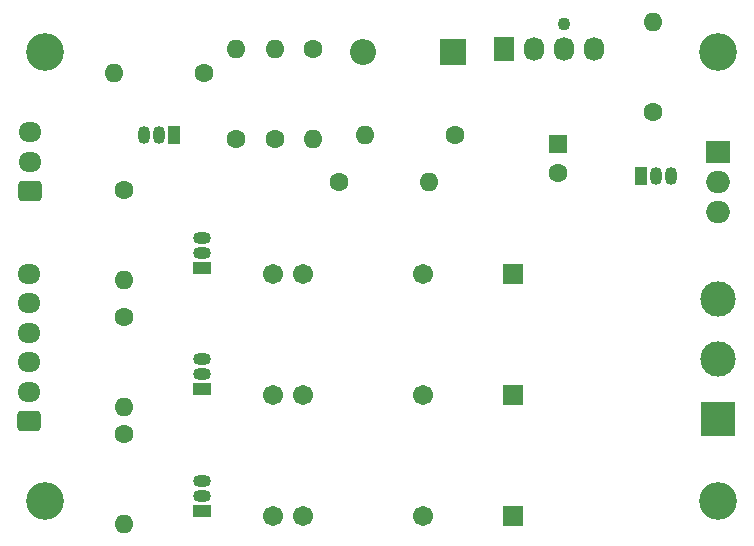
<source format=gts>
G04 #@! TF.GenerationSoftware,KiCad,Pcbnew,8.0.5-8.0.5-0~ubuntu24.04.1*
G04 #@! TF.CreationDate,2024-09-07T16:25:21-07:00*
G04 #@! TF.ProjectId,pifire-relay-pwm-module-SSR-alt,70696669-7265-42d7-9265-6c61792d7077,rev?*
G04 #@! TF.SameCoordinates,Original*
G04 #@! TF.FileFunction,Soldermask,Top*
G04 #@! TF.FilePolarity,Negative*
%FSLAX46Y46*%
G04 Gerber Fmt 4.6, Leading zero omitted, Abs format (unit mm)*
G04 Created by KiCad (PCBNEW 8.0.5-8.0.5-0~ubuntu24.04.1) date 2024-09-07 16:25:21*
%MOMM*%
%LPD*%
G01*
G04 APERTURE LIST*
G04 Aperture macros list*
%AMRoundRect*
0 Rectangle with rounded corners*
0 $1 Rounding radius*
0 $2 $3 $4 $5 $6 $7 $8 $9 X,Y pos of 4 corners*
0 Add a 4 corners polygon primitive as box body*
4,1,4,$2,$3,$4,$5,$6,$7,$8,$9,$2,$3,0*
0 Add four circle primitives for the rounded corners*
1,1,$1+$1,$2,$3*
1,1,$1+$1,$4,$5*
1,1,$1+$1,$6,$7*
1,1,$1+$1,$8,$9*
0 Add four rect primitives between the rounded corners*
20,1,$1+$1,$2,$3,$4,$5,0*
20,1,$1+$1,$4,$5,$6,$7,0*
20,1,$1+$1,$6,$7,$8,$9,0*
20,1,$1+$1,$8,$9,$2,$3,0*%
G04 Aperture macros list end*
%ADD10RoundRect,0.102000X0.754000X0.754000X-0.754000X0.754000X-0.754000X-0.754000X0.754000X-0.754000X0*%
%ADD11C,1.712000*%
%ADD12C,1.600000*%
%ADD13O,1.600000X1.600000*%
%ADD14C,3.200000*%
%ADD15R,1.500000X1.050000*%
%ADD16O,1.500000X1.050000*%
%ADD17R,2.000000X1.905000*%
%ADD18O,2.000000X1.905000*%
%ADD19C,1.100000*%
%ADD20R,1.730000X2.030000*%
%ADD21O,1.730000X2.030000*%
%ADD22R,1.050000X1.500000*%
%ADD23O,1.050000X1.500000*%
%ADD24R,2.200000X2.200000*%
%ADD25O,2.200000X2.200000*%
%ADD26RoundRect,0.250000X0.725000X-0.600000X0.725000X0.600000X-0.725000X0.600000X-0.725000X-0.600000X0*%
%ADD27O,1.950000X1.700000*%
%ADD28R,3.000000X3.000000*%
%ADD29C,3.000000*%
%ADD30R,1.600000X1.600000*%
G04 APERTURE END LIST*
D10*
X68660000Y-68250000D03*
D11*
X61040000Y-68250000D03*
X50880000Y-68250000D03*
X48340000Y-68250000D03*
D12*
X53940000Y-40000000D03*
D13*
X61560000Y-40000000D03*
D14*
X86000000Y-29000000D03*
D15*
X42332500Y-67852500D03*
D16*
X42332500Y-66582500D03*
X42332500Y-65312500D03*
D10*
X68660000Y-47750000D03*
D11*
X61040000Y-47750000D03*
X50880000Y-47750000D03*
X48340000Y-47750000D03*
D17*
X86000000Y-37420000D03*
D18*
X86000000Y-39960000D03*
X86000000Y-42500000D03*
D19*
X72960000Y-26590000D03*
D20*
X67880000Y-28750000D03*
D21*
X70420000Y-28750000D03*
X72960000Y-28750000D03*
X75500000Y-28750000D03*
D12*
X48500000Y-36310000D03*
D13*
X48500000Y-28690000D03*
D12*
X35750000Y-51380000D03*
D13*
X35750000Y-59000000D03*
D22*
X40000000Y-36000000D03*
D23*
X38730000Y-36000000D03*
X37460000Y-36000000D03*
D14*
X86000000Y-67000000D03*
D12*
X42500000Y-30750000D03*
D13*
X34880000Y-30750000D03*
D24*
X63560000Y-29000000D03*
D25*
X55940000Y-29000000D03*
D26*
X27725000Y-60250000D03*
D27*
X27725000Y-57750000D03*
X27725000Y-55250000D03*
X27725000Y-52750000D03*
X27725000Y-50250000D03*
X27725000Y-47750000D03*
D28*
X86000000Y-60080000D03*
D29*
X86000000Y-55000000D03*
X86000000Y-49920000D03*
D10*
X68660000Y-58000000D03*
D11*
X61040000Y-58000000D03*
X50880000Y-58000000D03*
X48340000Y-58000000D03*
D26*
X27750000Y-40750000D03*
D27*
X27750000Y-38250000D03*
X27750000Y-35750000D03*
D12*
X35750000Y-61272500D03*
D13*
X35750000Y-68892500D03*
D12*
X45250000Y-36310000D03*
D13*
X45250000Y-28690000D03*
D22*
X79460000Y-39500000D03*
D23*
X80730000Y-39500000D03*
X82000000Y-39500000D03*
D15*
X42332500Y-57500000D03*
D16*
X42332500Y-56230000D03*
X42332500Y-54960000D03*
D12*
X80500000Y-34060000D03*
D13*
X80500000Y-26440000D03*
D14*
X29000000Y-29000000D03*
D12*
X35750000Y-40690000D03*
D13*
X35750000Y-48310000D03*
D12*
X63750000Y-36000000D03*
D13*
X56130000Y-36000000D03*
D30*
X72500000Y-36750000D03*
D12*
X72500000Y-39250000D03*
X51750000Y-28690000D03*
D13*
X51750000Y-36310000D03*
D15*
X42332500Y-47290000D03*
D16*
X42332500Y-46020000D03*
X42332500Y-44750000D03*
D14*
X29000000Y-67000000D03*
M02*

</source>
